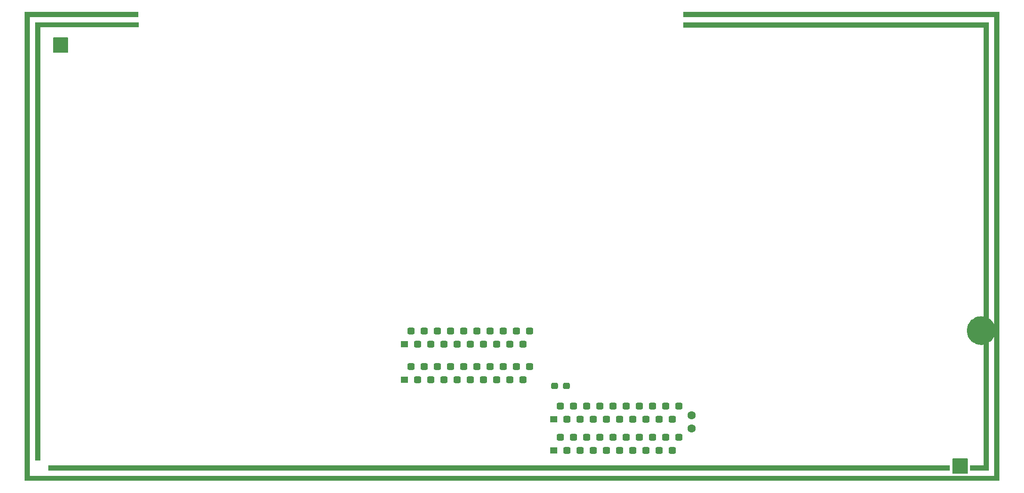
<source format=gbs>
G04 #@! TF.GenerationSoftware,KiCad,Pcbnew,7.0.2-0*
G04 #@! TF.CreationDate,2023-08-19T01:30:15+02:00*
G04 #@! TF.ProjectId,MegaCD,4d656761-4344-42e6-9b69-6361645f7063,rev?*
G04 #@! TF.SameCoordinates,Original*
G04 #@! TF.FileFunction,Soldermask,Bot*
G04 #@! TF.FilePolarity,Negative*
%FSLAX46Y46*%
G04 Gerber Fmt 4.6, Leading zero omitted, Abs format (unit mm)*
G04 Created by KiCad (PCBNEW 7.0.2-0) date 2023-08-19 01:30:15*
%MOMM*%
%LPD*%
G01*
G04 APERTURE LIST*
G04 Aperture macros list*
%AMRoundRect*
0 Rectangle with rounded corners*
0 $1 Rounding radius*
0 $2 $3 $4 $5 $6 $7 $8 $9 X,Y pos of 4 corners*
0 Add a 4 corners polygon primitive as box body*
4,1,4,$2,$3,$4,$5,$6,$7,$8,$9,$2,$3,0*
0 Add four circle primitives for the rounded corners*
1,1,$1+$1,$2,$3*
1,1,$1+$1,$4,$5*
1,1,$1+$1,$6,$7*
1,1,$1+$1,$8,$9*
0 Add four rect primitives between the rounded corners*
20,1,$1+$1,$2,$3,$4,$5,0*
20,1,$1+$1,$4,$5,$6,$7,0*
20,1,$1+$1,$6,$7,$8,$9,0*
20,1,$1+$1,$8,$9,$2,$3,0*%
G04 Aperture macros list end*
%ADD10C,2.767879*%
%ADD11C,0.150000*%
%ADD12RoundRect,0.255319X-0.394681X-0.344681X0.394681X-0.344681X0.394681X0.344681X-0.394681X0.344681X0*%
%ADD13R,1.400000X1.300000*%
%ADD14RoundRect,0.325000X0.375000X-0.325000X0.375000X0.325000X-0.375000X0.325000X-0.375000X-0.325000X0*%
%ADD15C,1.600000*%
G04 APERTURE END LIST*
D10*
X231990539Y-107721400D02*
G75*
G03*
X231990539Y-107721400I-1383939J0D01*
G01*
G36*
X231105200Y-48285400D02*
G01*
X232105200Y-48285400D01*
X232105200Y-134696200D01*
X231105200Y-134696200D01*
X231105200Y-48285400D01*
G37*
D11*
X225145600Y-132435600D02*
X227914200Y-132435600D01*
X227914200Y-135255000D01*
X225145600Y-135255000D01*
X225145600Y-132435600D01*
G36*
X225145600Y-132435600D02*
G01*
X227914200Y-132435600D01*
X227914200Y-135255000D01*
X225145600Y-135255000D01*
X225145600Y-132435600D01*
G37*
G36*
X46202600Y-135728200D02*
G01*
X234086400Y-135728200D01*
X234086400Y-136702800D01*
X46202600Y-136702800D01*
X46202600Y-135728200D01*
G37*
G36*
X48234600Y-48742600D02*
G01*
X49242600Y-48742600D01*
X49242600Y-132816600D01*
X48234600Y-132816600D01*
X48234600Y-48742600D01*
G37*
G36*
X46202600Y-47091600D02*
G01*
X47202600Y-47091600D01*
X47202600Y-136702800D01*
X46202600Y-136702800D01*
X46202600Y-47091600D01*
G37*
G36*
X173202600Y-48285400D02*
G01*
X232105200Y-48285400D01*
X232105200Y-49269400D01*
X173202600Y-49269400D01*
X173202600Y-48285400D01*
G37*
G36*
X50749200Y-133696200D02*
G01*
X224561400Y-133696200D01*
X224561400Y-134696200D01*
X50749200Y-134696200D01*
X50749200Y-133696200D01*
G37*
G36*
X46202600Y-46253400D02*
G01*
X68097400Y-46253400D01*
X68097400Y-47253400D01*
X46202600Y-47253400D01*
X46202600Y-46253400D01*
G37*
G36*
X173202600Y-46278800D02*
G01*
X234086400Y-46278800D01*
X234086400Y-47261400D01*
X173202600Y-47261400D01*
X173202600Y-46278800D01*
G37*
X51714400Y-51231800D02*
X54483000Y-51231800D01*
X54483000Y-54051200D01*
X51714400Y-54051200D01*
X51714400Y-51231800D01*
G36*
X51714400Y-51231800D02*
G01*
X54483000Y-51231800D01*
X54483000Y-54051200D01*
X51714400Y-54051200D01*
X51714400Y-51231800D01*
G37*
G36*
X228473000Y-133696200D02*
G01*
X232105200Y-133696200D01*
X232105200Y-134696200D01*
X228473000Y-134696200D01*
X228473000Y-133696200D01*
G37*
G36*
X233086400Y-46278800D02*
G01*
X234086400Y-46278800D01*
X234086400Y-136702800D01*
X233086400Y-136702800D01*
X233086400Y-46278800D01*
G37*
G36*
X48234600Y-48242600D02*
G01*
X68148200Y-48242600D01*
X68148200Y-49242600D01*
X48234600Y-49242600D01*
X48234600Y-48242600D01*
G37*
D12*
X148336000Y-118364000D03*
X150622000Y-118364000D03*
D13*
X119380000Y-117221000D03*
D14*
X120650000Y-114681000D03*
X121920000Y-117221000D03*
X123190000Y-114681000D03*
X124460000Y-117221000D03*
X125730000Y-114681000D03*
X127000000Y-117221000D03*
X128270000Y-114681000D03*
X129540000Y-117221000D03*
X130810000Y-114681000D03*
X132080000Y-117221000D03*
X133350000Y-114681000D03*
X134620000Y-117221000D03*
X135890000Y-114681000D03*
X137160000Y-117221000D03*
X138430000Y-114681000D03*
X139700000Y-117221000D03*
X140970000Y-114681000D03*
X142240000Y-117221000D03*
X143510000Y-114681000D03*
D15*
X174752000Y-126599000D03*
X174752000Y-124099000D03*
D13*
X148209000Y-124790200D03*
D14*
X149479000Y-122250200D03*
X150749000Y-124790200D03*
X152019000Y-122250200D03*
X153289000Y-124790200D03*
X154559000Y-122250200D03*
X155829000Y-124790200D03*
X157099000Y-122250200D03*
X158369000Y-124790200D03*
X159639000Y-122250200D03*
X160909000Y-124790200D03*
X162179000Y-122250200D03*
X163449000Y-124790200D03*
X164719000Y-122250200D03*
X165989000Y-124790200D03*
X167259000Y-122250200D03*
X168529000Y-124790200D03*
X169799000Y-122250200D03*
X171069000Y-124790200D03*
X172339000Y-122250200D03*
D13*
X119380000Y-110312200D03*
D14*
X120650000Y-107772200D03*
X121920000Y-110312200D03*
X123190000Y-107772200D03*
X124460000Y-110312200D03*
X125730000Y-107772200D03*
X127000000Y-110312200D03*
X128270000Y-107772200D03*
X129540000Y-110312200D03*
X130810000Y-107772200D03*
X132080000Y-110312200D03*
X133350000Y-107772200D03*
X134620000Y-110312200D03*
X135890000Y-107772200D03*
X137160000Y-110312200D03*
X138430000Y-107772200D03*
X139700000Y-110312200D03*
X140970000Y-107772200D03*
X142240000Y-110312200D03*
X143510000Y-107772200D03*
D13*
X148209000Y-130835400D03*
D14*
X149479000Y-128295400D03*
X150749000Y-130835400D03*
X152019000Y-128295400D03*
X153289000Y-130835400D03*
X154559000Y-128295400D03*
X155829000Y-130835400D03*
X157099000Y-128295400D03*
X158369000Y-130835400D03*
X159639000Y-128295400D03*
X160909000Y-130835400D03*
X162179000Y-128295400D03*
X163449000Y-130835400D03*
X164719000Y-128295400D03*
X165989000Y-130835400D03*
X167259000Y-128295400D03*
X168529000Y-130835400D03*
X169799000Y-128295400D03*
X171069000Y-130835400D03*
X172339000Y-128295400D03*
M02*

</source>
